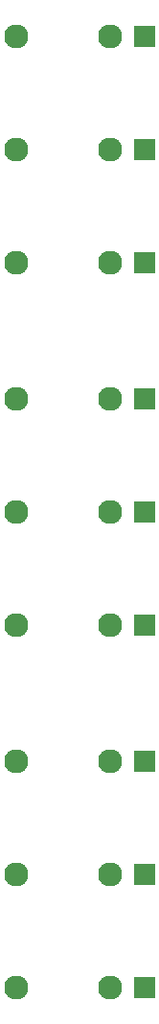
<source format=gts>
G04 #@! TF.GenerationSoftware,KiCad,Pcbnew,7.0.7-7.0.7~ubuntu22.04.1*
G04 #@! TF.CreationDate,2023-09-23T20:45:54+02:00*
G04 #@! TF.ProjectId,Multiple-3x2,4d756c74-6970-46c6-952d-3378322e6b69,rev?*
G04 #@! TF.SameCoordinates,Original*
G04 #@! TF.FileFunction,Soldermask,Top*
G04 #@! TF.FilePolarity,Negative*
%FSLAX46Y46*%
G04 Gerber Fmt 4.6, Leading zero omitted, Abs format (unit mm)*
G04 Created by KiCad (PCBNEW 7.0.7-7.0.7~ubuntu22.04.1) date 2023-09-23 20:45:54*
%MOMM*%
%LPD*%
G01*
G04 APERTURE LIST*
%ADD10R,1.830000X1.930000*%
%ADD11C,2.130000*%
G04 APERTURE END LIST*
D10*
X65780000Y-94000000D03*
D11*
X54380000Y-94000000D03*
X62680000Y-94000000D03*
D10*
X65780000Y-74000000D03*
D11*
X54380000Y-74000000D03*
X62680000Y-74000000D03*
D10*
X65780000Y-126000000D03*
D11*
X54380000Y-126000000D03*
X62680000Y-126000000D03*
D10*
X65780000Y-84000000D03*
D11*
X54380000Y-84000000D03*
X62680000Y-84000000D03*
D10*
X65780000Y-106000000D03*
D11*
X54380000Y-106000000D03*
X62680000Y-106000000D03*
D10*
X65780000Y-62000000D03*
D11*
X54380000Y-62000000D03*
X62680000Y-62000000D03*
D10*
X65780000Y-42000000D03*
D11*
X54380000Y-42000000D03*
X62680000Y-42000000D03*
D10*
X65780000Y-116000000D03*
D11*
X54380000Y-116000000D03*
X62680000Y-116000000D03*
D10*
X65780000Y-52000000D03*
D11*
X54380000Y-52000000D03*
X62680000Y-52000000D03*
M02*

</source>
